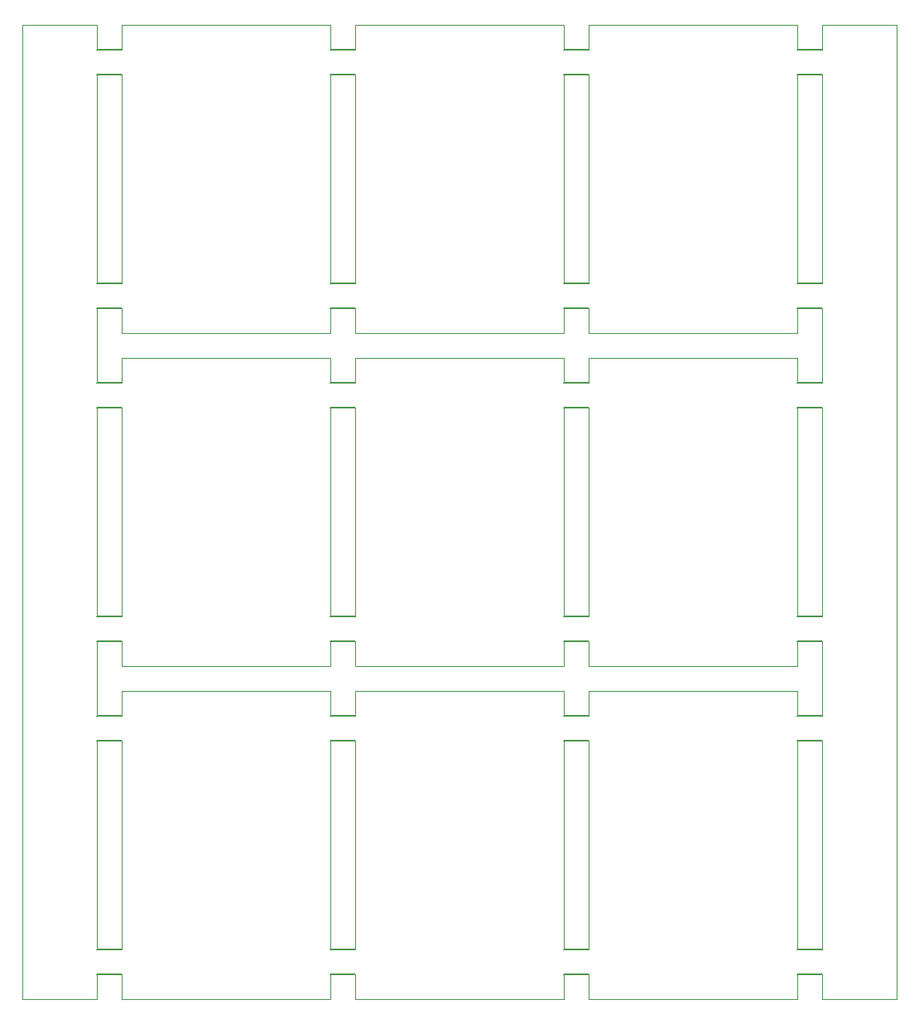
<source format=gm1>
G04 #@! TF.FileFunction,Profile,NP*
%FSLAX46Y46*%
G04 Gerber Fmt 4.6, Leading zero omitted, Abs format (unit mm)*
G04 Created by KiCad (PCBNEW 4.0.5+dfsg1-4) date Mon Jul 16 11:41:52 2018*
%MOMM*%
%LPD*%
G01*
G04 APERTURE LIST*
%ADD10C,0.100000*%
%ADD11C,0.150000*%
G04 APERTURE END LIST*
D10*
X108713044Y-117093063D02*
X108713045Y-114553062D01*
X106173044Y-119633063D02*
X106173042Y-114553062D01*
X106173044Y-112013062D02*
X106173044Y-90677063D01*
X108713043Y-122173063D02*
X108713044Y-119633062D01*
X106173044Y-122173062D02*
X106173043Y-119633062D01*
X106173044Y-151129063D02*
X98553043Y-151129063D01*
X106173044Y-146049062D02*
X106173044Y-124713062D01*
X108713043Y-146049062D02*
X108713043Y-124713062D01*
X108713043Y-151129063D02*
X108713044Y-148589062D01*
X106173044Y-151129061D02*
X106173043Y-148589062D01*
X106173044Y-51561063D02*
X98553043Y-51561063D01*
X98553043Y-51561063D02*
X98553043Y-151129063D01*
X108713043Y-112013062D02*
X108713043Y-90677063D01*
X108713043Y-54101062D02*
X108713045Y-51561063D01*
X106173045Y-54101062D02*
X106173042Y-51561063D01*
X108713044Y-77977062D02*
X108713043Y-56641062D01*
X108713043Y-83057062D02*
X108713045Y-80517063D01*
X108713044Y-88137062D02*
X108713045Y-85597062D01*
X106173044Y-88137062D02*
X106173042Y-85597062D01*
X106173044Y-85597062D02*
X106173042Y-80517063D01*
X106173043Y-77977062D02*
X106173044Y-56641062D01*
X187960000Y-151130000D02*
X187960000Y-51562000D01*
X180340000Y-151130000D02*
X187960000Y-151130000D01*
X180340000Y-51562000D02*
X187960000Y-51562000D01*
X177800000Y-119634000D02*
X177799999Y-122174000D01*
X177800000Y-124714000D02*
X177800000Y-146050000D01*
X180340000Y-117094000D02*
X180340001Y-122174000D01*
X180340000Y-124714000D02*
X180340000Y-146050000D01*
X180339999Y-148590000D02*
X180340001Y-151130000D01*
X177800000Y-148590000D02*
X177799999Y-151130000D01*
X177800000Y-85598000D02*
X177799999Y-88138000D01*
X177800000Y-90678000D02*
X177800000Y-112014000D01*
X180340000Y-83058000D02*
X180340001Y-88138000D01*
X180340000Y-90678000D02*
X180340000Y-112014000D01*
X180339999Y-114554000D02*
X180340001Y-117094000D01*
X177800000Y-114554000D02*
X177799999Y-117094000D01*
X177800000Y-51562000D02*
X177799999Y-54102000D01*
X180340000Y-56642000D02*
X180340000Y-77978000D01*
X177800000Y-56642000D02*
X177800000Y-77978000D01*
X180340000Y-51562001D02*
X180340001Y-54102000D01*
X180339999Y-80518000D02*
X180340001Y-83058000D01*
X177800000Y-80518000D02*
X177799999Y-83058000D01*
X156464001Y-83058000D02*
X159004000Y-83058000D01*
X177800000Y-83058000D02*
X172719999Y-83058000D01*
X159004000Y-83058000D02*
X172719999Y-83058000D01*
X177800000Y-51562000D02*
X156464000Y-51562001D01*
X153924000Y-51562000D02*
X153923999Y-54102000D01*
X153924000Y-51562000D02*
X132588000Y-51562000D01*
X132588000Y-51562000D02*
X132588000Y-54102000D01*
X130048000Y-51562000D02*
X108712000Y-51562001D01*
X130048000Y-51562000D02*
X130048000Y-54102000D01*
X130048000Y-80518000D02*
X130048000Y-83058000D01*
X130048000Y-83058000D02*
X124967999Y-83058000D01*
X108712000Y-83057999D02*
X111252000Y-83058000D01*
X111252000Y-83058000D02*
X124967999Y-83058000D01*
X132588000Y-80518000D02*
X132588000Y-83058000D01*
X135128000Y-83058000D02*
X148844000Y-83058000D01*
X153923999Y-83058000D02*
X148844000Y-83058000D01*
X132588000Y-83058000D02*
X135128000Y-83058000D01*
X132587999Y-56642000D02*
X132588001Y-77978000D01*
X130048000Y-56642000D02*
X130047999Y-77978000D01*
X156463999Y-80518000D02*
X156464001Y-83058000D01*
X153924000Y-80518000D02*
X153923999Y-83058000D01*
X156464000Y-56642000D02*
X156464000Y-77978000D01*
X153924000Y-56642000D02*
X153924000Y-77978000D01*
X156464000Y-51562001D02*
X156464001Y-54102000D01*
X177800000Y-85598000D02*
X156464000Y-85598001D01*
X130048000Y-119634000D02*
X108712000Y-119634000D01*
X130048000Y-119634000D02*
X130048000Y-122174000D01*
X130048000Y-124713999D02*
X130048000Y-146050000D01*
X108712000Y-151130000D02*
X111252000Y-151130000D01*
X111252000Y-151130000D02*
X124968000Y-151130001D01*
X130048000Y-148590000D02*
X130048000Y-151130000D01*
X130048000Y-151130000D02*
X124968000Y-151130001D01*
X132588000Y-148590000D02*
X132588000Y-151130000D01*
X132588000Y-151130000D02*
X135128000Y-151130001D01*
X153924000Y-119633999D02*
X153924000Y-122174000D01*
X132588000Y-119634000D02*
X132588000Y-122174000D01*
X153924000Y-119633999D02*
X132588000Y-119634000D01*
X153924000Y-151130001D02*
X148844000Y-151130000D01*
X153924000Y-148589999D02*
X153924000Y-151130001D01*
X135128000Y-151130001D02*
X148844000Y-151130000D01*
X132588000Y-124714000D02*
X132588000Y-146050000D01*
X153924000Y-124714000D02*
X153924000Y-146050000D01*
X156464000Y-124714000D02*
X156464000Y-146050000D01*
X156464000Y-148590000D02*
X156464000Y-151130000D01*
X159004000Y-151130000D02*
X172720000Y-151130001D01*
X177800000Y-151130000D02*
X172720000Y-151130001D01*
X156464000Y-151130000D02*
X159004000Y-151130000D01*
X177800000Y-119634000D02*
X156464000Y-119634000D01*
X156464000Y-119634000D02*
X156464000Y-122174000D01*
X153924000Y-90678000D02*
X153924000Y-112014000D01*
X156464000Y-90678000D02*
X156464000Y-112014000D01*
X159004000Y-117094000D02*
X172719999Y-117094000D01*
X177800000Y-117094000D02*
X172719999Y-117094000D01*
X132587999Y-90678000D02*
X132588001Y-112014000D01*
X132588000Y-114554000D02*
X132588000Y-117094000D01*
X132588000Y-117094000D02*
X135128000Y-117094000D01*
X135128000Y-117094000D02*
X148844000Y-117094000D01*
X156464000Y-85598001D02*
X156464001Y-88138000D01*
X153924000Y-85598000D02*
X132588000Y-85598000D01*
X132588000Y-85598000D02*
X132588000Y-88138000D01*
X153924000Y-85598000D02*
X153923999Y-88138000D01*
X153923999Y-117094000D02*
X148844000Y-117094000D01*
X153924000Y-114554000D02*
X153923999Y-117094000D01*
X156464001Y-117094000D02*
X159004000Y-117094000D01*
X156463999Y-114554000D02*
X156464001Y-117094000D01*
X130048000Y-114554000D02*
X130048000Y-117094000D01*
X130048000Y-117094000D02*
X124967999Y-117094000D01*
X130048000Y-90678000D02*
X130047999Y-112014000D01*
X111252000Y-117094000D02*
X124967999Y-117094000D01*
X130048000Y-85598000D02*
X108712000Y-85598001D01*
X130048000Y-85598000D02*
X130048000Y-88138000D01*
X108712000Y-117093999D02*
X111252000Y-117094000D01*
D11*
X106173045Y-122173062D02*
X108713045Y-122173062D01*
X108713045Y-124713062D02*
X106173045Y-124713062D01*
X106173044Y-146049061D02*
X108713044Y-146049061D01*
X108713044Y-148589061D02*
X106173044Y-148589061D01*
X106173044Y-112013062D02*
X108713044Y-112013062D01*
X108713044Y-114553062D02*
X106173044Y-114553062D01*
X106173044Y-88137062D02*
X108713044Y-88137062D01*
X108713044Y-90677062D02*
X106173044Y-90677062D01*
X106173045Y-77977061D02*
X108713045Y-77977061D01*
X108713045Y-80517061D02*
X106173045Y-80517061D01*
X106173045Y-54101062D02*
X108713045Y-54101062D01*
X108713045Y-56641062D02*
X106173045Y-56641062D01*
X180339999Y-148590000D02*
X177799999Y-148590000D01*
X177799999Y-146050000D02*
X180339999Y-146050000D01*
X180339999Y-124714001D02*
X177799999Y-124714001D01*
X177799999Y-122174001D02*
X180339999Y-122174001D01*
X180339999Y-114554000D02*
X177799999Y-114554000D01*
X177799999Y-112014000D02*
X180339999Y-112014000D01*
X180339999Y-90678001D02*
X177799999Y-90678001D01*
X177799999Y-88138001D02*
X180339999Y-88138001D01*
X180339999Y-56642001D02*
X177799999Y-56642001D01*
X177799999Y-54102001D02*
X180339999Y-54102001D01*
X180339999Y-80518000D02*
X177799999Y-80518000D01*
X177799999Y-77978000D02*
X180339999Y-77978000D01*
X156463999Y-56642001D02*
X153923999Y-56642001D01*
X153923999Y-54102001D02*
X156463999Y-54102001D01*
X156463999Y-80518000D02*
X153923999Y-80518000D01*
X153923999Y-77978000D02*
X156463999Y-77978000D01*
X132587999Y-56642000D02*
X130047999Y-56642000D01*
X130047999Y-54102000D02*
X132587999Y-54102000D01*
X132587999Y-80518001D02*
X130047999Y-80518001D01*
X130047999Y-77978001D02*
X132587999Y-77978001D01*
X132588000Y-124714000D02*
X130048000Y-124714000D01*
X130048000Y-122174000D02*
X132588000Y-122174000D01*
X132588000Y-148590000D02*
X130048000Y-148590000D01*
X130048000Y-146050000D02*
X132588000Y-146050000D01*
X156464000Y-148590000D02*
X153924000Y-148590000D01*
X153924000Y-146050000D02*
X156464000Y-146050000D01*
X156464000Y-124714000D02*
X153924000Y-124714000D01*
X153924000Y-122174000D02*
X156464000Y-122174000D01*
X156463999Y-114554000D02*
X153923999Y-114554000D01*
X153923999Y-112014000D02*
X156463999Y-112014000D01*
X132587999Y-90678000D02*
X130047999Y-90678000D01*
X130047999Y-88138000D02*
X132587999Y-88138000D01*
X156463999Y-90678001D02*
X153923999Y-90678001D01*
X153923999Y-88138001D02*
X156463999Y-88138001D01*
X132587999Y-114554001D02*
X130047999Y-114554001D01*
X130047999Y-112014001D02*
X132587999Y-112014001D01*
M02*

</source>
